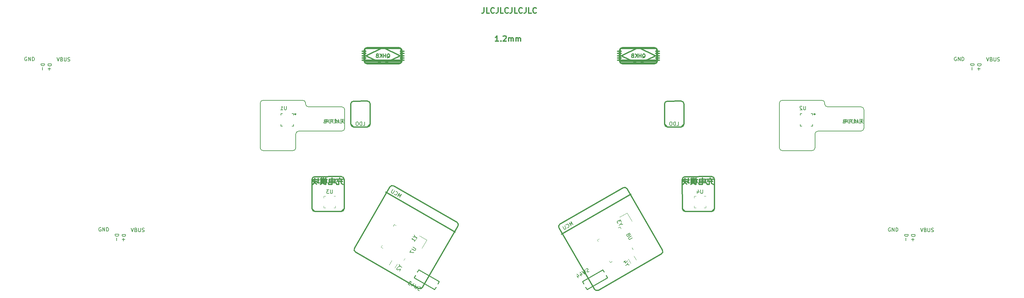
<source format=gbr>
%TF.GenerationSoftware,KiCad,Pcbnew,7.0.1-0*%
%TF.CreationDate,2023-10-15T20:39:52+08:00*%
%TF.ProjectId,qhws42_v2,71687773-3432-45f7-9632-2e6b69636164,rev?*%
%TF.SameCoordinates,Original*%
%TF.FileFunction,Legend,Bot*%
%TF.FilePolarity,Positive*%
%FSLAX46Y46*%
G04 Gerber Fmt 4.6, Leading zero omitted, Abs format (unit mm)*
G04 Created by KiCad (PCBNEW 7.0.1-0) date 2023-10-15 20:39:52*
%MOMM*%
%LPD*%
G01*
G04 APERTURE LIST*
%ADD10C,0.300000*%
%ADD11C,0.150000*%
%ADD12C,0.250000*%
%ADD13C,0.254000*%
%ADD14C,0.120000*%
%ADD15C,0.200000*%
G04 APERTURE END LIST*
D10*
X203695107Y-87597590D02*
X203695107Y-79525590D01*
D11*
X244017800Y-66192400D02*
G75*
G03*
X244805200Y-65405000I0J787400D01*
G01*
D10*
X178035800Y-46653600D02*
X187519800Y-46653600D01*
D11*
X79487600Y-57683400D02*
G75*
G03*
X78700200Y-58470800I0J-787400D01*
G01*
D10*
X161576764Y-94615000D02*
X180670200Y-83591400D01*
X106738600Y-45403000D02*
X107754600Y-45403000D01*
X101798000Y-87598000D02*
X101798000Y-79526000D01*
X194835707Y-79550990D02*
X194861107Y-87597590D01*
X108178600Y-57918600D02*
X104394000Y-57944000D01*
X170659633Y-109813590D02*
X160906033Y-92919860D01*
X187027800Y-43153600D02*
X178527800Y-43153600D01*
X117223000Y-46076800D02*
X118239000Y-46076800D01*
D11*
X222351600Y-57683400D02*
G75*
G03*
X221564200Y-58470800I0J-787400D01*
G01*
D10*
X195296200Y-64277700D02*
X195296200Y-58705700D01*
X92964000Y-87598000D02*
X93751400Y-88385400D01*
D11*
X101153800Y-59512200D02*
X91959000Y-59512200D01*
D10*
X116746600Y-47653000D02*
G75*
G03*
X117746600Y-46653000I0J1000000D01*
G01*
X117254200Y-44729200D02*
X118270200Y-44729200D01*
X107246600Y-44153000D02*
X107246600Y-46653000D01*
D11*
X91171800Y-58470800D02*
G75*
G03*
X90384400Y-57683400I-787400J0D01*
G01*
X91186000Y-58724800D02*
G75*
G03*
X91973400Y-59512200I787400J0D01*
G01*
D10*
X108966000Y-58706000D02*
G75*
G03*
X108178600Y-57918600I-787400J0D01*
G01*
X177820693Y-47360707D02*
X177820693Y-43446493D01*
X117238600Y-46653000D02*
X118254600Y-46653000D01*
X177527800Y-44153600D02*
X177527800Y-46653600D01*
X93726000Y-78764000D02*
G75*
G03*
X92938600Y-79551400I0J-787400D01*
G01*
D11*
X232130600Y-66217800D02*
G75*
G03*
X231343200Y-67005200I0J-787400D01*
G01*
D10*
X170659587Y-109813616D02*
G75*
G03*
X171735242Y-110101798I681913J393716D01*
G01*
X117238600Y-45403000D02*
X118254600Y-45403000D01*
X179625519Y-82112160D02*
X189379119Y-99005890D01*
D11*
X101941200Y-60299600D02*
G75*
G03*
X101153800Y-59512200I-787400J0D01*
G01*
D10*
X202907707Y-78738190D02*
X195623107Y-78763590D01*
X103632000Y-64278000D02*
G75*
G03*
X104419400Y-65065400I787400J0D01*
G01*
X108966000Y-64278000D02*
X108966000Y-58706000D01*
X101798000Y-87598000D02*
X101010600Y-88385400D01*
D11*
X79487600Y-71602600D02*
X87691800Y-71602600D01*
D10*
X177019800Y-46653600D02*
X178035800Y-46653600D01*
X177527800Y-46653600D02*
G75*
G03*
X178527800Y-47653600I1000000J0D01*
G01*
X195648507Y-88384990D02*
X202907707Y-88384990D01*
X189090919Y-100081514D02*
G75*
G03*
X189379119Y-99005890I-393719J681914D01*
G01*
X106738600Y-46653000D02*
X107754600Y-46653000D01*
D11*
X244805200Y-60299600D02*
G75*
G03*
X244017800Y-59512200I-787400J0D01*
G01*
D10*
X93751400Y-88385400D02*
X101010600Y-88385400D01*
D11*
X91186200Y-58470800D02*
X91186000Y-58724800D01*
X234035600Y-58724800D02*
G75*
G03*
X234823000Y-59512200I787400J0D01*
G01*
D10*
X108246600Y-47653000D02*
X116746600Y-47653000D01*
X108966000Y-64278000D02*
X108178600Y-65065400D01*
X117746600Y-46653000D02*
X117746600Y-44153000D01*
D11*
X234035800Y-58470800D02*
G75*
G03*
X233248400Y-57683400I-787400J0D01*
G01*
D10*
X115466879Y-81315951D02*
X132822547Y-91336251D01*
X117238600Y-44153000D02*
X118254600Y-44153000D01*
X203695107Y-87597590D02*
X202907707Y-88384990D01*
X117238600Y-45403000D02*
X112496600Y-43153000D01*
D11*
X244805200Y-65405000D02*
X244805200Y-60299600D01*
D10*
X189962200Y-64277700D02*
G75*
G03*
X190749600Y-65065100I787400J0D01*
G01*
X178527800Y-43153600D02*
G75*
G03*
X177527800Y-44153600I0J-1000000D01*
G01*
X116746600Y-43153000D02*
X108246600Y-43153000D01*
D11*
X234035800Y-58470800D02*
X234035600Y-58724800D01*
D10*
X107539493Y-43445893D02*
X117453707Y-43445893D01*
X107539493Y-47360107D02*
X117453707Y-47360107D01*
D11*
X78700200Y-70815200D02*
G75*
G03*
X79487600Y-71602600I787400J0D01*
G01*
X101168200Y-66192400D02*
G75*
G03*
X101955600Y-65405000I0J787400D01*
G01*
D10*
X187535400Y-44729800D02*
X188551400Y-44729800D01*
X203695110Y-79525590D02*
G75*
G03*
X202907707Y-78738190I-787410J-10D01*
G01*
D11*
X91171800Y-58470800D02*
X91171600Y-58724800D01*
D10*
X107539493Y-47360107D02*
X107539493Y-43445893D01*
X104394000Y-57944000D02*
G75*
G03*
X103606600Y-58731400I0J-787400D01*
G01*
X177791600Y-46941000D02*
X187646800Y-46941000D01*
D11*
X101168200Y-59512200D02*
X91973400Y-59512200D01*
X244017800Y-59512200D02*
X234823000Y-59512200D01*
D10*
X190749600Y-65065100D02*
X189962200Y-64277700D01*
D11*
X91171600Y-58724800D02*
G75*
G03*
X91959000Y-59512200I787400J0D01*
G01*
D10*
X187519800Y-45403600D02*
X182777800Y-47653600D01*
D11*
X87706200Y-71602600D02*
G75*
G03*
X88493600Y-70815200I0J787400D01*
G01*
D10*
X187734907Y-43446493D02*
X187734907Y-47360707D01*
X115466887Y-81315938D02*
G75*
G03*
X114391268Y-81604160I-393687J-681962D01*
G01*
X106723000Y-46076800D02*
X107739000Y-46076800D01*
X161194242Y-91844251D02*
X178549910Y-81823951D01*
X188027800Y-44153600D02*
G75*
G03*
X187027800Y-43153600I-1000000J0D01*
G01*
X179625520Y-82112160D02*
G75*
G03*
X178549910Y-81823951I-681920J-393740D01*
G01*
D11*
X231343200Y-70815200D02*
X231343200Y-67005200D01*
D10*
X107246600Y-46653000D02*
G75*
G03*
X108246600Y-47653000I1000000J0D01*
G01*
X108246600Y-43153000D02*
G75*
G03*
X107246600Y-44153000I0J-1000000D01*
G01*
X133110787Y-92411880D02*
G75*
G03*
X132822547Y-91336252I-681987J393680D01*
G01*
X113258600Y-83032600D02*
X132352036Y-94056200D01*
D11*
X79502000Y-57683400D02*
X90398800Y-57683400D01*
D10*
X178035800Y-45403600D02*
X182777800Y-47653600D01*
X107510400Y-46940400D02*
X117365600Y-46940400D01*
X202907707Y-88385007D02*
G75*
G03*
X203695107Y-87597590I-7J787407D01*
G01*
X178035800Y-45403600D02*
X182777800Y-43153600D01*
D11*
X91186200Y-58470800D02*
G75*
G03*
X90398800Y-57683400I-787400J0D01*
G01*
D10*
X108178600Y-65065400D02*
G75*
G03*
X108966000Y-64278000I0J787400D01*
G01*
X106738600Y-44153000D02*
X107754600Y-44153000D01*
D11*
X222351600Y-71602600D02*
X230555800Y-71602600D01*
D10*
X117746600Y-44153000D02*
G75*
G03*
X116746600Y-43153000I-1000000J0D01*
G01*
X187519800Y-46653600D02*
X188535800Y-46653600D01*
X194861110Y-87597590D02*
G75*
G03*
X195648507Y-88384990I787390J-10D01*
G01*
X104637689Y-98497901D02*
G75*
G03*
X104925878Y-99573498I681911J-393699D01*
G01*
D11*
X79502000Y-57683400D02*
G75*
G03*
X78714600Y-58470800I0J-787400D01*
G01*
D10*
X104419400Y-65065400D02*
X103632000Y-64278000D01*
X177019800Y-44153600D02*
X178035800Y-44153600D01*
D11*
X89266600Y-66217800D02*
X101153800Y-66192400D01*
D10*
X189090910Y-100081499D02*
X171735242Y-110101799D01*
X178527800Y-47653600D02*
X187027800Y-47653600D01*
X190724200Y-57943700D02*
G75*
G03*
X189936800Y-58731100I0J-787400D01*
G01*
X117238600Y-45403000D02*
X112496600Y-47653000D01*
X187504200Y-46077400D02*
X188520200Y-46077400D01*
D11*
X87691800Y-71602600D02*
G75*
G03*
X88479200Y-70815200I0J787400D01*
G01*
D10*
X177019800Y-45403600D02*
X178035800Y-45403600D01*
X122281512Y-109593857D02*
G75*
G03*
X123357156Y-109305590I393688J681957D01*
G01*
D11*
X78700200Y-58470800D02*
X78700200Y-70815200D01*
X89281000Y-66217800D02*
X101168200Y-66192400D01*
D10*
X177820693Y-43446493D02*
X187734907Y-43446493D01*
D11*
X79502000Y-71602600D02*
X87706200Y-71602600D01*
D10*
X161194259Y-91844281D02*
G75*
G03*
X160906034Y-92919860I393741J-681919D01*
G01*
X190749600Y-65065100D02*
X194508800Y-65065100D01*
X187519800Y-44153600D02*
X188535800Y-44153600D01*
X187027800Y-47653600D02*
G75*
G03*
X188027800Y-46653600I0J1000000D01*
G01*
D11*
X232130600Y-66217800D02*
X244017800Y-66192400D01*
D10*
X177004200Y-46077400D02*
X178020200Y-46077400D01*
X107754600Y-45403000D02*
X112496600Y-47653000D01*
X92938600Y-79551400D02*
X92964000Y-87598000D01*
D11*
X222351600Y-57683400D02*
X233248400Y-57683400D01*
X221564200Y-58470800D02*
X221564200Y-70815200D01*
D10*
X177035400Y-44729800D02*
X178051400Y-44729800D01*
X104637670Y-98497890D02*
X114391268Y-81604160D01*
X103606600Y-58731400D02*
X103632000Y-64278000D01*
D11*
X101955600Y-60299600D02*
G75*
G03*
X101168200Y-59512200I-787400J0D01*
G01*
D10*
X122281546Y-109593799D02*
X104925878Y-99573499D01*
D11*
X88493600Y-70815200D02*
X88493600Y-67005200D01*
X89281000Y-66217800D02*
G75*
G03*
X88493600Y-67005200I0J-787400D01*
G01*
D10*
X101010600Y-88385400D02*
G75*
G03*
X101798000Y-87598000I0J787400D01*
G01*
X177820693Y-47360707D02*
X187734907Y-47360707D01*
D11*
X89266600Y-66217800D02*
G75*
G03*
X88479200Y-67005200I0J-787400D01*
G01*
D10*
X107754600Y-45403000D02*
X112496600Y-43153000D01*
X104419400Y-65065400D02*
X108178600Y-65065400D01*
X194861107Y-87597590D02*
X195648507Y-88384990D01*
X133110755Y-92411861D02*
X123357156Y-109305590D01*
D11*
X88479200Y-70815200D02*
X88479200Y-67005200D01*
X101941200Y-65405000D02*
X101941200Y-60299600D01*
D10*
X92964000Y-87598000D02*
G75*
G03*
X93751400Y-88385400I787400J0D01*
G01*
X101010600Y-78738600D02*
X93726000Y-78764000D01*
D11*
X78714600Y-58470800D02*
X78714600Y-70815200D01*
X78714600Y-70815200D02*
G75*
G03*
X79502000Y-71602600I787400J0D01*
G01*
X221564200Y-70815200D02*
G75*
G03*
X222351600Y-71602600I787400J0D01*
G01*
D10*
X194508800Y-57918300D02*
X190724200Y-57943700D01*
X195623107Y-78763607D02*
G75*
G03*
X194835707Y-79550990I-7J-787393D01*
G01*
X187519800Y-45403600D02*
X182777800Y-43153600D01*
X117453707Y-43445893D02*
X117453707Y-47360107D01*
X188027800Y-46653600D02*
X188027800Y-44153600D01*
D11*
X101153800Y-66192400D02*
G75*
G03*
X101941200Y-65405000I0J787400D01*
G01*
D10*
X106754200Y-44729200D02*
X107770200Y-44729200D01*
D11*
X79487600Y-57683400D02*
X90384400Y-57683400D01*
D10*
X195296200Y-64277700D02*
X194508800Y-65065100D01*
X189936800Y-58731100D02*
X189962200Y-64277700D01*
D11*
X101955600Y-65405000D02*
X101955600Y-60299600D01*
X230555800Y-71602600D02*
G75*
G03*
X231343200Y-70815200I0J787400D01*
G01*
D10*
X195296200Y-58705700D02*
G75*
G03*
X194508800Y-57918300I-787400J0D01*
G01*
X187519800Y-45403600D02*
X188535800Y-45403600D01*
X101798000Y-79526000D02*
G75*
G03*
X101010600Y-78738600I-787400J0D01*
G01*
X194508800Y-65065100D02*
G75*
G03*
X195296200Y-64277700I0J787400D01*
G01*
X107754600Y-46653000D02*
X117238600Y-46653000D01*
D11*
X256001580Y-94687695D02*
X257001580Y-94687695D01*
X257001580Y-94687695D02*
X257001580Y-94925790D01*
X257001580Y-94925790D02*
X256953961Y-95068647D01*
X256953961Y-95068647D02*
X256858723Y-95163885D01*
X256858723Y-95163885D02*
X256763485Y-95211504D01*
X256763485Y-95211504D02*
X256573009Y-95259123D01*
X256573009Y-95259123D02*
X256430152Y-95259123D01*
X256430152Y-95259123D02*
X256239676Y-95211504D01*
X256239676Y-95211504D02*
X256144438Y-95163885D01*
X256144438Y-95163885D02*
X256049200Y-95068647D01*
X256049200Y-95068647D02*
X256001580Y-94925790D01*
X256001580Y-94925790D02*
X256001580Y-94687695D01*
X256382533Y-95687695D02*
X256382533Y-96449600D01*
X101765123Y-62965000D02*
X100717504Y-62965000D01*
X101860361Y-63393571D02*
X100622266Y-63393571D01*
X101193695Y-64012619D02*
X100669885Y-64012619D01*
X101146076Y-63488809D02*
X101146076Y-63965000D01*
X101384171Y-63679285D02*
X101574647Y-63869761D01*
X101574647Y-63869761D02*
X101860361Y-64012619D01*
X100622266Y-63774523D02*
X100669885Y-64012619D01*
X101241314Y-62965000D02*
X101288933Y-63298333D01*
X101288933Y-63298333D02*
X101336552Y-63679285D01*
X99146076Y-63869761D02*
X99146076Y-64012619D01*
X100003219Y-63203095D02*
X100098457Y-63393571D01*
X100098457Y-63393571D02*
X100384171Y-63631666D01*
X99384171Y-64012619D02*
X99193695Y-64012619D01*
X99431790Y-62917380D02*
X99241314Y-63012619D01*
X100146076Y-62869761D02*
X100336552Y-63345952D01*
X99193695Y-63536428D02*
X99431790Y-63774523D01*
X99431790Y-63774523D02*
X99907981Y-64012619D01*
X99574648Y-63441190D02*
X99431790Y-63917380D01*
X100098457Y-63298333D02*
X100384171Y-63345952D01*
X99955600Y-63584047D02*
X100384171Y-63679285D01*
X99955600Y-63822142D02*
X100384171Y-63917380D01*
X99574648Y-62869761D02*
X99574648Y-63298333D01*
X99574648Y-63298333D02*
X99527029Y-63822142D01*
X99431790Y-63155476D02*
X99812743Y-63203095D01*
X99336552Y-63155476D02*
X99717505Y-63203095D01*
X99241314Y-63107857D02*
X99574648Y-63155476D01*
X99193695Y-63345952D02*
X99860362Y-63488809D01*
X98907981Y-63060238D02*
X97669886Y-63060238D01*
X98098458Y-64012619D02*
X97717505Y-64012619D01*
X98098458Y-63488809D02*
X98098458Y-64012619D01*
X98479410Y-63060238D02*
X98622267Y-63441190D01*
X98288934Y-62869761D02*
X98288934Y-63060238D01*
X97669886Y-63774523D02*
X97717505Y-64012619D01*
X98479410Y-63488809D02*
X98527029Y-63822142D01*
X98527029Y-63822142D02*
X98669886Y-63917380D01*
X98669886Y-63917380D02*
X98907981Y-64012619D01*
X98765124Y-63441190D02*
X97860362Y-63393571D01*
X97907981Y-63298333D02*
X97765124Y-63488809D01*
X97431791Y-63393571D02*
X96336553Y-63393571D01*
X97431791Y-63679285D02*
X96336553Y-63679285D01*
X96860363Y-64012619D02*
X96241315Y-64012619D01*
X97431791Y-63060238D02*
X97431791Y-63774523D01*
X96860363Y-62869761D02*
X96860363Y-64012619D01*
X97431791Y-63060238D02*
X96336553Y-63060238D01*
X96336553Y-63060238D02*
X96336553Y-63679285D01*
X96193696Y-63774523D02*
X96241315Y-64012619D01*
D12*
X183846438Y-45974057D02*
X183941676Y-45926438D01*
X183941676Y-45926438D02*
X184036914Y-45831200D01*
X184036914Y-45831200D02*
X184179771Y-45688342D01*
X184179771Y-45688342D02*
X184275009Y-45640723D01*
X184275009Y-45640723D02*
X184370247Y-45640723D01*
X184322628Y-45878819D02*
X184417866Y-45831200D01*
X184417866Y-45831200D02*
X184513104Y-45735961D01*
X184513104Y-45735961D02*
X184560723Y-45545485D01*
X184560723Y-45545485D02*
X184560723Y-45212152D01*
X184560723Y-45212152D02*
X184513104Y-45021676D01*
X184513104Y-45021676D02*
X184417866Y-44926438D01*
X184417866Y-44926438D02*
X184322628Y-44878819D01*
X184322628Y-44878819D02*
X184132152Y-44878819D01*
X184132152Y-44878819D02*
X184036914Y-44926438D01*
X184036914Y-44926438D02*
X183941676Y-45021676D01*
X183941676Y-45021676D02*
X183894057Y-45212152D01*
X183894057Y-45212152D02*
X183894057Y-45545485D01*
X183894057Y-45545485D02*
X183941676Y-45735961D01*
X183941676Y-45735961D02*
X184036914Y-45831200D01*
X184036914Y-45831200D02*
X184132152Y-45878819D01*
X184132152Y-45878819D02*
X184322628Y-45878819D01*
X183465485Y-45878819D02*
X183465485Y-44878819D01*
X183465485Y-45355009D02*
X182894057Y-45355009D01*
X182894057Y-45878819D02*
X182894057Y-44878819D01*
X182417866Y-45878819D02*
X182417866Y-44878819D01*
X181846438Y-45878819D02*
X182275009Y-45307390D01*
X181846438Y-44878819D02*
X182417866Y-45450247D01*
X181084533Y-45355009D02*
X180941676Y-45402628D01*
X180941676Y-45402628D02*
X180894057Y-45450247D01*
X180894057Y-45450247D02*
X180846438Y-45545485D01*
X180846438Y-45545485D02*
X180846438Y-45688342D01*
X180846438Y-45688342D02*
X180894057Y-45783580D01*
X180894057Y-45783580D02*
X180941676Y-45831200D01*
X180941676Y-45831200D02*
X181036914Y-45878819D01*
X181036914Y-45878819D02*
X181417866Y-45878819D01*
X181417866Y-45878819D02*
X181417866Y-44878819D01*
X181417866Y-44878819D02*
X181084533Y-44878819D01*
X181084533Y-44878819D02*
X180989295Y-44926438D01*
X180989295Y-44926438D02*
X180941676Y-44974057D01*
X180941676Y-44974057D02*
X180894057Y-45069295D01*
X180894057Y-45069295D02*
X180894057Y-45164533D01*
X180894057Y-45164533D02*
X180941676Y-45259771D01*
X180941676Y-45259771D02*
X180989295Y-45307390D01*
X180989295Y-45307390D02*
X181084533Y-45355009D01*
X181084533Y-45355009D02*
X181417866Y-45355009D01*
D11*
X20269580Y-47649095D02*
X21269580Y-47649095D01*
X21269580Y-47649095D02*
X21269580Y-47887190D01*
X21269580Y-47887190D02*
X21221961Y-48030047D01*
X21221961Y-48030047D02*
X21126723Y-48125285D01*
X21126723Y-48125285D02*
X21031485Y-48172904D01*
X21031485Y-48172904D02*
X20841009Y-48220523D01*
X20841009Y-48220523D02*
X20698152Y-48220523D01*
X20698152Y-48220523D02*
X20507676Y-48172904D01*
X20507676Y-48172904D02*
X20412438Y-48125285D01*
X20412438Y-48125285D02*
X20317200Y-48030047D01*
X20317200Y-48030047D02*
X20269580Y-47887190D01*
X20269580Y-47887190D02*
X20269580Y-47649095D01*
X20650533Y-48649095D02*
X20650533Y-49411000D01*
X20269580Y-49030047D02*
X21031485Y-49030047D01*
X244614723Y-62965000D02*
X243567104Y-62965000D01*
X244709961Y-63393571D02*
X243471866Y-63393571D01*
X244043295Y-64012619D02*
X243519485Y-64012619D01*
X243995676Y-63488809D02*
X243995676Y-63965000D01*
X244233771Y-63679285D02*
X244424247Y-63869761D01*
X244424247Y-63869761D02*
X244709961Y-64012619D01*
X243471866Y-63774523D02*
X243519485Y-64012619D01*
X244090914Y-62965000D02*
X244138533Y-63298333D01*
X244138533Y-63298333D02*
X244186152Y-63679285D01*
X241995676Y-63869761D02*
X241995676Y-64012619D01*
X242852819Y-63203095D02*
X242948057Y-63393571D01*
X242948057Y-63393571D02*
X243233771Y-63631666D01*
X242233771Y-64012619D02*
X242043295Y-64012619D01*
X242281390Y-62917380D02*
X242090914Y-63012619D01*
X242995676Y-62869761D02*
X243186152Y-63345952D01*
X242043295Y-63536428D02*
X242281390Y-63774523D01*
X242281390Y-63774523D02*
X242757581Y-64012619D01*
X242424248Y-63441190D02*
X242281390Y-63917380D01*
X242948057Y-63298333D02*
X243233771Y-63345952D01*
X242805200Y-63584047D02*
X243233771Y-63679285D01*
X242805200Y-63822142D02*
X243233771Y-63917380D01*
X242424248Y-62869761D02*
X242424248Y-63298333D01*
X242424248Y-63298333D02*
X242376629Y-63822142D01*
X242281390Y-63155476D02*
X242662343Y-63203095D01*
X242186152Y-63155476D02*
X242567105Y-63203095D01*
X242090914Y-63107857D02*
X242424248Y-63155476D01*
X242043295Y-63345952D02*
X242709962Y-63488809D01*
X241757581Y-63060238D02*
X240519486Y-63060238D01*
X240948058Y-64012619D02*
X240567105Y-64012619D01*
X240948058Y-63488809D02*
X240948058Y-64012619D01*
X241329010Y-63060238D02*
X241471867Y-63441190D01*
X241138534Y-62869761D02*
X241138534Y-63060238D01*
X240519486Y-63774523D02*
X240567105Y-64012619D01*
X241329010Y-63488809D02*
X241376629Y-63822142D01*
X241376629Y-63822142D02*
X241519486Y-63917380D01*
X241519486Y-63917380D02*
X241757581Y-64012619D01*
X241614724Y-63441190D02*
X240709962Y-63393571D01*
X240757581Y-63298333D02*
X240614724Y-63488809D01*
X240281391Y-63393571D02*
X239186153Y-63393571D01*
X240281391Y-63679285D02*
X239186153Y-63679285D01*
X239709963Y-64012619D02*
X239090915Y-64012619D01*
X240281391Y-63060238D02*
X240281391Y-63774523D01*
X239709963Y-62869761D02*
X239709963Y-64012619D01*
X240281391Y-63060238D02*
X239186153Y-63060238D01*
X239186153Y-63060238D02*
X239186153Y-63679285D01*
X239043296Y-63774523D02*
X239090915Y-64012619D01*
X34861904Y-92854438D02*
X34766666Y-92806819D01*
X34766666Y-92806819D02*
X34623809Y-92806819D01*
X34623809Y-92806819D02*
X34480952Y-92854438D01*
X34480952Y-92854438D02*
X34385714Y-92949676D01*
X34385714Y-92949676D02*
X34338095Y-93044914D01*
X34338095Y-93044914D02*
X34290476Y-93235390D01*
X34290476Y-93235390D02*
X34290476Y-93378247D01*
X34290476Y-93378247D02*
X34338095Y-93568723D01*
X34338095Y-93568723D02*
X34385714Y-93663961D01*
X34385714Y-93663961D02*
X34480952Y-93759200D01*
X34480952Y-93759200D02*
X34623809Y-93806819D01*
X34623809Y-93806819D02*
X34719047Y-93806819D01*
X34719047Y-93806819D02*
X34861904Y-93759200D01*
X34861904Y-93759200D02*
X34909523Y-93711580D01*
X34909523Y-93711580D02*
X34909523Y-93378247D01*
X34909523Y-93378247D02*
X34719047Y-93378247D01*
X35338095Y-93806819D02*
X35338095Y-92806819D01*
X35338095Y-92806819D02*
X35909523Y-93806819D01*
X35909523Y-93806819D02*
X35909523Y-92806819D01*
X36385714Y-93806819D02*
X36385714Y-92806819D01*
X36385714Y-92806819D02*
X36623809Y-92806819D01*
X36623809Y-92806819D02*
X36766666Y-92854438D01*
X36766666Y-92854438D02*
X36861904Y-92949676D01*
X36861904Y-92949676D02*
X36909523Y-93044914D01*
X36909523Y-93044914D02*
X36957142Y-93235390D01*
X36957142Y-93235390D02*
X36957142Y-93378247D01*
X36957142Y-93378247D02*
X36909523Y-93568723D01*
X36909523Y-93568723D02*
X36861904Y-93663961D01*
X36861904Y-93663961D02*
X36766666Y-93759200D01*
X36766666Y-93759200D02*
X36623809Y-93806819D01*
X36623809Y-93806819D02*
X36385714Y-93806819D01*
X117085094Y-84513926D02*
X117585094Y-83647900D01*
X117585094Y-83647900D02*
X116939276Y-84099823D01*
X116939276Y-84099823D02*
X117007744Y-83314567D01*
X117007744Y-83314567D02*
X116507744Y-84180593D01*
X115648099Y-83574304D02*
X115665528Y-83639353D01*
X115665528Y-83639353D02*
X115765437Y-83752021D01*
X115765437Y-83752021D02*
X115847915Y-83799640D01*
X115847915Y-83799640D02*
X115995443Y-83829829D01*
X115995443Y-83829829D02*
X116125541Y-83794970D01*
X116125541Y-83794970D02*
X116214399Y-83736301D01*
X116214399Y-83736301D02*
X116350876Y-83595153D01*
X116350876Y-83595153D02*
X116422305Y-83471435D01*
X116422305Y-83471435D02*
X116476304Y-83282668D01*
X116476304Y-83282668D02*
X116482683Y-83176380D01*
X116482683Y-83176380D02*
X116447824Y-83046283D01*
X116447824Y-83046283D02*
X116347915Y-82933615D01*
X116347915Y-82933615D02*
X116265437Y-82885996D01*
X116265437Y-82885996D02*
X116117909Y-82855807D01*
X116117909Y-82855807D02*
X116052861Y-82873236D01*
X115729326Y-82576472D02*
X115324564Y-83277540D01*
X115324564Y-83277540D02*
X115235706Y-83336209D01*
X115235706Y-83336209D02*
X115170657Y-83353639D01*
X115170657Y-83353639D02*
X115064369Y-83347259D01*
X115064369Y-83347259D02*
X114899411Y-83252021D01*
X114899411Y-83252021D02*
X114840742Y-83163163D01*
X114840742Y-83163163D02*
X114823313Y-83098114D01*
X114823313Y-83098114D02*
X114829692Y-82991826D01*
X114829692Y-82991826D02*
X115234454Y-82290758D01*
X270256304Y-45826638D02*
X270161066Y-45779019D01*
X270161066Y-45779019D02*
X270018209Y-45779019D01*
X270018209Y-45779019D02*
X269875352Y-45826638D01*
X269875352Y-45826638D02*
X269780114Y-45921876D01*
X269780114Y-45921876D02*
X269732495Y-46017114D01*
X269732495Y-46017114D02*
X269684876Y-46207590D01*
X269684876Y-46207590D02*
X269684876Y-46350447D01*
X269684876Y-46350447D02*
X269732495Y-46540923D01*
X269732495Y-46540923D02*
X269780114Y-46636161D01*
X269780114Y-46636161D02*
X269875352Y-46731400D01*
X269875352Y-46731400D02*
X270018209Y-46779019D01*
X270018209Y-46779019D02*
X270113447Y-46779019D01*
X270113447Y-46779019D02*
X270256304Y-46731400D01*
X270256304Y-46731400D02*
X270303923Y-46683780D01*
X270303923Y-46683780D02*
X270303923Y-46350447D01*
X270303923Y-46350447D02*
X270113447Y-46350447D01*
X270732495Y-46779019D02*
X270732495Y-45779019D01*
X270732495Y-45779019D02*
X271303923Y-46779019D01*
X271303923Y-46779019D02*
X271303923Y-45779019D01*
X271780114Y-46779019D02*
X271780114Y-45779019D01*
X271780114Y-45779019D02*
X272018209Y-45779019D01*
X272018209Y-45779019D02*
X272161066Y-45826638D01*
X272161066Y-45826638D02*
X272256304Y-45921876D01*
X272256304Y-45921876D02*
X272303923Y-46017114D01*
X272303923Y-46017114D02*
X272351542Y-46207590D01*
X272351542Y-46207590D02*
X272351542Y-46350447D01*
X272351542Y-46350447D02*
X272303923Y-46540923D01*
X272303923Y-46540923D02*
X272256304Y-46636161D01*
X272256304Y-46636161D02*
X272161066Y-46731400D01*
X272161066Y-46731400D02*
X272018209Y-46779019D01*
X272018209Y-46779019D02*
X271780114Y-46779019D01*
D12*
X113565238Y-45973457D02*
X113660476Y-45925838D01*
X113660476Y-45925838D02*
X113755714Y-45830600D01*
X113755714Y-45830600D02*
X113898571Y-45687742D01*
X113898571Y-45687742D02*
X113993809Y-45640123D01*
X113993809Y-45640123D02*
X114089047Y-45640123D01*
X114041428Y-45878219D02*
X114136666Y-45830600D01*
X114136666Y-45830600D02*
X114231904Y-45735361D01*
X114231904Y-45735361D02*
X114279523Y-45544885D01*
X114279523Y-45544885D02*
X114279523Y-45211552D01*
X114279523Y-45211552D02*
X114231904Y-45021076D01*
X114231904Y-45021076D02*
X114136666Y-44925838D01*
X114136666Y-44925838D02*
X114041428Y-44878219D01*
X114041428Y-44878219D02*
X113850952Y-44878219D01*
X113850952Y-44878219D02*
X113755714Y-44925838D01*
X113755714Y-44925838D02*
X113660476Y-45021076D01*
X113660476Y-45021076D02*
X113612857Y-45211552D01*
X113612857Y-45211552D02*
X113612857Y-45544885D01*
X113612857Y-45544885D02*
X113660476Y-45735361D01*
X113660476Y-45735361D02*
X113755714Y-45830600D01*
X113755714Y-45830600D02*
X113850952Y-45878219D01*
X113850952Y-45878219D02*
X114041428Y-45878219D01*
X113184285Y-45878219D02*
X113184285Y-44878219D01*
X113184285Y-45354409D02*
X112612857Y-45354409D01*
X112612857Y-45878219D02*
X112612857Y-44878219D01*
X112136666Y-45878219D02*
X112136666Y-44878219D01*
X111565238Y-45878219D02*
X111993809Y-45306790D01*
X111565238Y-44878219D02*
X112136666Y-45449647D01*
X110803333Y-45354409D02*
X110660476Y-45402028D01*
X110660476Y-45402028D02*
X110612857Y-45449647D01*
X110612857Y-45449647D02*
X110565238Y-45544885D01*
X110565238Y-45544885D02*
X110565238Y-45687742D01*
X110565238Y-45687742D02*
X110612857Y-45782980D01*
X110612857Y-45782980D02*
X110660476Y-45830600D01*
X110660476Y-45830600D02*
X110755714Y-45878219D01*
X110755714Y-45878219D02*
X111136666Y-45878219D01*
X111136666Y-45878219D02*
X111136666Y-44878219D01*
X111136666Y-44878219D02*
X110803333Y-44878219D01*
X110803333Y-44878219D02*
X110708095Y-44925838D01*
X110708095Y-44925838D02*
X110660476Y-44973457D01*
X110660476Y-44973457D02*
X110612857Y-45068695D01*
X110612857Y-45068695D02*
X110612857Y-45163933D01*
X110612857Y-45163933D02*
X110660476Y-45259171D01*
X110660476Y-45259171D02*
X110708095Y-45306790D01*
X110708095Y-45306790D02*
X110803333Y-45354409D01*
X110803333Y-45354409D02*
X111136666Y-45354409D01*
D11*
X193311914Y-64679319D02*
X193788104Y-64679319D01*
X193788104Y-64679319D02*
X193788104Y-63679319D01*
X192978580Y-64679319D02*
X192978580Y-63679319D01*
X192978580Y-63679319D02*
X192740485Y-63679319D01*
X192740485Y-63679319D02*
X192597628Y-63726938D01*
X192597628Y-63726938D02*
X192502390Y-63822176D01*
X192502390Y-63822176D02*
X192454771Y-63917414D01*
X192454771Y-63917414D02*
X192407152Y-64107890D01*
X192407152Y-64107890D02*
X192407152Y-64250747D01*
X192407152Y-64250747D02*
X192454771Y-64441223D01*
X192454771Y-64441223D02*
X192502390Y-64536461D01*
X192502390Y-64536461D02*
X192597628Y-64631700D01*
X192597628Y-64631700D02*
X192740485Y-64679319D01*
X192740485Y-64679319D02*
X192978580Y-64679319D01*
X191788104Y-63679319D02*
X191597628Y-63679319D01*
X191597628Y-63679319D02*
X191502390Y-63726938D01*
X191502390Y-63726938D02*
X191407152Y-63822176D01*
X191407152Y-63822176D02*
X191359533Y-64012652D01*
X191359533Y-64012652D02*
X191359533Y-64345985D01*
X191359533Y-64345985D02*
X191407152Y-64536461D01*
X191407152Y-64536461D02*
X191502390Y-64631700D01*
X191502390Y-64631700D02*
X191597628Y-64679319D01*
X191597628Y-64679319D02*
X191788104Y-64679319D01*
X191788104Y-64679319D02*
X191883342Y-64631700D01*
X191883342Y-64631700D02*
X191978580Y-64536461D01*
X191978580Y-64536461D02*
X192026199Y-64345985D01*
X192026199Y-64345985D02*
X192026199Y-64012652D01*
X192026199Y-64012652D02*
X191978580Y-63822176D01*
X191978580Y-63822176D02*
X191883342Y-63726938D01*
X191883342Y-63726938D02*
X191788104Y-63679319D01*
X278555838Y-45906019D02*
X278889171Y-46906019D01*
X278889171Y-46906019D02*
X279222504Y-45906019D01*
X279889171Y-46382209D02*
X280032028Y-46429828D01*
X280032028Y-46429828D02*
X280079647Y-46477447D01*
X280079647Y-46477447D02*
X280127266Y-46572685D01*
X280127266Y-46572685D02*
X280127266Y-46715542D01*
X280127266Y-46715542D02*
X280079647Y-46810780D01*
X280079647Y-46810780D02*
X280032028Y-46858400D01*
X280032028Y-46858400D02*
X279936790Y-46906019D01*
X279936790Y-46906019D02*
X279555838Y-46906019D01*
X279555838Y-46906019D02*
X279555838Y-45906019D01*
X279555838Y-45906019D02*
X279889171Y-45906019D01*
X279889171Y-45906019D02*
X279984409Y-45953638D01*
X279984409Y-45953638D02*
X280032028Y-46001257D01*
X280032028Y-46001257D02*
X280079647Y-46096495D01*
X280079647Y-46096495D02*
X280079647Y-46191733D01*
X280079647Y-46191733D02*
X280032028Y-46286971D01*
X280032028Y-46286971D02*
X279984409Y-46334590D01*
X279984409Y-46334590D02*
X279889171Y-46382209D01*
X279889171Y-46382209D02*
X279555838Y-46382209D01*
X280555838Y-45906019D02*
X280555838Y-46715542D01*
X280555838Y-46715542D02*
X280603457Y-46810780D01*
X280603457Y-46810780D02*
X280651076Y-46858400D01*
X280651076Y-46858400D02*
X280746314Y-46906019D01*
X280746314Y-46906019D02*
X280936790Y-46906019D01*
X280936790Y-46906019D02*
X281032028Y-46858400D01*
X281032028Y-46858400D02*
X281079647Y-46810780D01*
X281079647Y-46810780D02*
X281127266Y-46715542D01*
X281127266Y-46715542D02*
X281127266Y-45906019D01*
X281555838Y-46858400D02*
X281698695Y-46906019D01*
X281698695Y-46906019D02*
X281936790Y-46906019D01*
X281936790Y-46906019D02*
X282032028Y-46858400D01*
X282032028Y-46858400D02*
X282079647Y-46810780D01*
X282079647Y-46810780D02*
X282127266Y-46715542D01*
X282127266Y-46715542D02*
X282127266Y-46620304D01*
X282127266Y-46620304D02*
X282079647Y-46525066D01*
X282079647Y-46525066D02*
X282032028Y-46477447D01*
X282032028Y-46477447D02*
X281936790Y-46429828D01*
X281936790Y-46429828D02*
X281746314Y-46382209D01*
X281746314Y-46382209D02*
X281651076Y-46334590D01*
X281651076Y-46334590D02*
X281603457Y-46286971D01*
X281603457Y-46286971D02*
X281555838Y-46191733D01*
X281555838Y-46191733D02*
X281555838Y-46096495D01*
X281555838Y-46096495D02*
X281603457Y-46001257D01*
X281603457Y-46001257D02*
X281651076Y-45953638D01*
X281651076Y-45953638D02*
X281746314Y-45906019D01*
X281746314Y-45906019D02*
X281984409Y-45906019D01*
X281984409Y-45906019D02*
X282127266Y-45953638D01*
X164772877Y-92041821D02*
X164272877Y-91175796D01*
X164272877Y-91175796D02*
X164341345Y-91961052D01*
X164341345Y-91961052D02*
X163695527Y-91509129D01*
X163695527Y-91509129D02*
X164195527Y-92375154D01*
X163240644Y-92816485D02*
X163305692Y-92833915D01*
X163305692Y-92833915D02*
X163453220Y-92803726D01*
X163453220Y-92803726D02*
X163535698Y-92756107D01*
X163535698Y-92756107D02*
X163635607Y-92643439D01*
X163635607Y-92643439D02*
X163670466Y-92513341D01*
X163670466Y-92513341D02*
X163664087Y-92407053D01*
X163664087Y-92407053D02*
X163610088Y-92218286D01*
X163610088Y-92218286D02*
X163538659Y-92094568D01*
X163538659Y-92094568D02*
X163402182Y-91953421D01*
X163402182Y-91953421D02*
X163313324Y-91894752D01*
X163313324Y-91894752D02*
X163183226Y-91859892D01*
X163183226Y-91859892D02*
X163035698Y-91890081D01*
X163035698Y-91890081D02*
X162953220Y-91937700D01*
X162953220Y-91937700D02*
X162853311Y-92050368D01*
X162853311Y-92050368D02*
X162835882Y-92115417D01*
X162417109Y-92247224D02*
X162821871Y-92948292D01*
X162821871Y-92948292D02*
X162828251Y-93054581D01*
X162828251Y-93054581D02*
X162810821Y-93119629D01*
X162810821Y-93119629D02*
X162752152Y-93208488D01*
X162752152Y-93208488D02*
X162587194Y-93303726D01*
X162587194Y-93303726D02*
X162480906Y-93310106D01*
X162480906Y-93310106D02*
X162415857Y-93292676D01*
X162415857Y-93292676D02*
X162326999Y-93234007D01*
X162326999Y-93234007D02*
X161922237Y-92532938D01*
X257911580Y-94727695D02*
X258911580Y-94727695D01*
X258911580Y-94727695D02*
X258911580Y-94965790D01*
X258911580Y-94965790D02*
X258863961Y-95108647D01*
X258863961Y-95108647D02*
X258768723Y-95203885D01*
X258768723Y-95203885D02*
X258673485Y-95251504D01*
X258673485Y-95251504D02*
X258483009Y-95299123D01*
X258483009Y-95299123D02*
X258340152Y-95299123D01*
X258340152Y-95299123D02*
X258149676Y-95251504D01*
X258149676Y-95251504D02*
X258054438Y-95203885D01*
X258054438Y-95203885D02*
X257959200Y-95108647D01*
X257959200Y-95108647D02*
X257911580Y-94965790D01*
X257911580Y-94965790D02*
X257911580Y-94727695D01*
X258292533Y-95727695D02*
X258292533Y-96489600D01*
X257911580Y-96108647D02*
X258673485Y-96108647D01*
D10*
X144271857Y-41421628D02*
X143414714Y-41421628D01*
X143843285Y-41421628D02*
X143843285Y-39921628D01*
X143843285Y-39921628D02*
X143700428Y-40135914D01*
X143700428Y-40135914D02*
X143557571Y-40278771D01*
X143557571Y-40278771D02*
X143414714Y-40350200D01*
X144914713Y-41278771D02*
X144986142Y-41350200D01*
X144986142Y-41350200D02*
X144914713Y-41421628D01*
X144914713Y-41421628D02*
X144843285Y-41350200D01*
X144843285Y-41350200D02*
X144914713Y-41278771D01*
X144914713Y-41278771D02*
X144914713Y-41421628D01*
X145557571Y-40064485D02*
X145628999Y-39993057D01*
X145628999Y-39993057D02*
X145771857Y-39921628D01*
X145771857Y-39921628D02*
X146128999Y-39921628D01*
X146128999Y-39921628D02*
X146271857Y-39993057D01*
X146271857Y-39993057D02*
X146343285Y-40064485D01*
X146343285Y-40064485D02*
X146414714Y-40207342D01*
X146414714Y-40207342D02*
X146414714Y-40350200D01*
X146414714Y-40350200D02*
X146343285Y-40564485D01*
X146343285Y-40564485D02*
X145486142Y-41421628D01*
X145486142Y-41421628D02*
X146414714Y-41421628D01*
X147057570Y-41421628D02*
X147057570Y-40421628D01*
X147057570Y-40564485D02*
X147128999Y-40493057D01*
X147128999Y-40493057D02*
X147271856Y-40421628D01*
X147271856Y-40421628D02*
X147486142Y-40421628D01*
X147486142Y-40421628D02*
X147628999Y-40493057D01*
X147628999Y-40493057D02*
X147700428Y-40635914D01*
X147700428Y-40635914D02*
X147700428Y-41421628D01*
X147700428Y-40635914D02*
X147771856Y-40493057D01*
X147771856Y-40493057D02*
X147914713Y-40421628D01*
X147914713Y-40421628D02*
X148128999Y-40421628D01*
X148128999Y-40421628D02*
X148271856Y-40493057D01*
X148271856Y-40493057D02*
X148343285Y-40635914D01*
X148343285Y-40635914D02*
X148343285Y-41421628D01*
X149057570Y-41421628D02*
X149057570Y-40421628D01*
X149057570Y-40564485D02*
X149128999Y-40493057D01*
X149128999Y-40493057D02*
X149271856Y-40421628D01*
X149271856Y-40421628D02*
X149486142Y-40421628D01*
X149486142Y-40421628D02*
X149628999Y-40493057D01*
X149628999Y-40493057D02*
X149700428Y-40635914D01*
X149700428Y-40635914D02*
X149700428Y-41421628D01*
X149700428Y-40635914D02*
X149771856Y-40493057D01*
X149771856Y-40493057D02*
X149914713Y-40421628D01*
X149914713Y-40421628D02*
X150128999Y-40421628D01*
X150128999Y-40421628D02*
X150271856Y-40493057D01*
X150271856Y-40493057D02*
X150343285Y-40635914D01*
X150343285Y-40635914D02*
X150343285Y-41421628D01*
D11*
X18359580Y-47609095D02*
X19359580Y-47609095D01*
X19359580Y-47609095D02*
X19359580Y-47847190D01*
X19359580Y-47847190D02*
X19311961Y-47990047D01*
X19311961Y-47990047D02*
X19216723Y-48085285D01*
X19216723Y-48085285D02*
X19121485Y-48132904D01*
X19121485Y-48132904D02*
X18931009Y-48180523D01*
X18931009Y-48180523D02*
X18788152Y-48180523D01*
X18788152Y-48180523D02*
X18597676Y-48132904D01*
X18597676Y-48132904D02*
X18502438Y-48085285D01*
X18502438Y-48085285D02*
X18407200Y-47990047D01*
X18407200Y-47990047D02*
X18359580Y-47847190D01*
X18359580Y-47847190D02*
X18359580Y-47609095D01*
X18740533Y-48609095D02*
X18740533Y-49371000D01*
X260394438Y-92984619D02*
X260727771Y-93984619D01*
X260727771Y-93984619D02*
X261061104Y-92984619D01*
X261727771Y-93460809D02*
X261870628Y-93508428D01*
X261870628Y-93508428D02*
X261918247Y-93556047D01*
X261918247Y-93556047D02*
X261965866Y-93651285D01*
X261965866Y-93651285D02*
X261965866Y-93794142D01*
X261965866Y-93794142D02*
X261918247Y-93889380D01*
X261918247Y-93889380D02*
X261870628Y-93937000D01*
X261870628Y-93937000D02*
X261775390Y-93984619D01*
X261775390Y-93984619D02*
X261394438Y-93984619D01*
X261394438Y-93984619D02*
X261394438Y-92984619D01*
X261394438Y-92984619D02*
X261727771Y-92984619D01*
X261727771Y-92984619D02*
X261823009Y-93032238D01*
X261823009Y-93032238D02*
X261870628Y-93079857D01*
X261870628Y-93079857D02*
X261918247Y-93175095D01*
X261918247Y-93175095D02*
X261918247Y-93270333D01*
X261918247Y-93270333D02*
X261870628Y-93365571D01*
X261870628Y-93365571D02*
X261823009Y-93413190D01*
X261823009Y-93413190D02*
X261727771Y-93460809D01*
X261727771Y-93460809D02*
X261394438Y-93460809D01*
X262394438Y-92984619D02*
X262394438Y-93794142D01*
X262394438Y-93794142D02*
X262442057Y-93889380D01*
X262442057Y-93889380D02*
X262489676Y-93937000D01*
X262489676Y-93937000D02*
X262584914Y-93984619D01*
X262584914Y-93984619D02*
X262775390Y-93984619D01*
X262775390Y-93984619D02*
X262870628Y-93937000D01*
X262870628Y-93937000D02*
X262918247Y-93889380D01*
X262918247Y-93889380D02*
X262965866Y-93794142D01*
X262965866Y-93794142D02*
X262965866Y-92984619D01*
X263394438Y-93937000D02*
X263537295Y-93984619D01*
X263537295Y-93984619D02*
X263775390Y-93984619D01*
X263775390Y-93984619D02*
X263870628Y-93937000D01*
X263870628Y-93937000D02*
X263918247Y-93889380D01*
X263918247Y-93889380D02*
X263965866Y-93794142D01*
X263965866Y-93794142D02*
X263965866Y-93698904D01*
X263965866Y-93698904D02*
X263918247Y-93603666D01*
X263918247Y-93603666D02*
X263870628Y-93556047D01*
X263870628Y-93556047D02*
X263775390Y-93508428D01*
X263775390Y-93508428D02*
X263584914Y-93460809D01*
X263584914Y-93460809D02*
X263489676Y-93413190D01*
X263489676Y-93413190D02*
X263442057Y-93365571D01*
X263442057Y-93365571D02*
X263394438Y-93270333D01*
X263394438Y-93270333D02*
X263394438Y-93175095D01*
X263394438Y-93175095D02*
X263442057Y-93079857D01*
X263442057Y-93079857D02*
X263489676Y-93032238D01*
X263489676Y-93032238D02*
X263584914Y-92984619D01*
X263584914Y-92984619D02*
X263823009Y-92984619D01*
X263823009Y-92984619D02*
X263965866Y-93032238D01*
X43199038Y-92984619D02*
X43532371Y-93984619D01*
X43532371Y-93984619D02*
X43865704Y-92984619D01*
X44532371Y-93460809D02*
X44675228Y-93508428D01*
X44675228Y-93508428D02*
X44722847Y-93556047D01*
X44722847Y-93556047D02*
X44770466Y-93651285D01*
X44770466Y-93651285D02*
X44770466Y-93794142D01*
X44770466Y-93794142D02*
X44722847Y-93889380D01*
X44722847Y-93889380D02*
X44675228Y-93937000D01*
X44675228Y-93937000D02*
X44579990Y-93984619D01*
X44579990Y-93984619D02*
X44199038Y-93984619D01*
X44199038Y-93984619D02*
X44199038Y-92984619D01*
X44199038Y-92984619D02*
X44532371Y-92984619D01*
X44532371Y-92984619D02*
X44627609Y-93032238D01*
X44627609Y-93032238D02*
X44675228Y-93079857D01*
X44675228Y-93079857D02*
X44722847Y-93175095D01*
X44722847Y-93175095D02*
X44722847Y-93270333D01*
X44722847Y-93270333D02*
X44675228Y-93365571D01*
X44675228Y-93365571D02*
X44627609Y-93413190D01*
X44627609Y-93413190D02*
X44532371Y-93460809D01*
X44532371Y-93460809D02*
X44199038Y-93460809D01*
X45199038Y-92984619D02*
X45199038Y-93794142D01*
X45199038Y-93794142D02*
X45246657Y-93889380D01*
X45246657Y-93889380D02*
X45294276Y-93937000D01*
X45294276Y-93937000D02*
X45389514Y-93984619D01*
X45389514Y-93984619D02*
X45579990Y-93984619D01*
X45579990Y-93984619D02*
X45675228Y-93937000D01*
X45675228Y-93937000D02*
X45722847Y-93889380D01*
X45722847Y-93889380D02*
X45770466Y-93794142D01*
X45770466Y-93794142D02*
X45770466Y-92984619D01*
X46199038Y-93937000D02*
X46341895Y-93984619D01*
X46341895Y-93984619D02*
X46579990Y-93984619D01*
X46579990Y-93984619D02*
X46675228Y-93937000D01*
X46675228Y-93937000D02*
X46722847Y-93889380D01*
X46722847Y-93889380D02*
X46770466Y-93794142D01*
X46770466Y-93794142D02*
X46770466Y-93698904D01*
X46770466Y-93698904D02*
X46722847Y-93603666D01*
X46722847Y-93603666D02*
X46675228Y-93556047D01*
X46675228Y-93556047D02*
X46579990Y-93508428D01*
X46579990Y-93508428D02*
X46389514Y-93460809D01*
X46389514Y-93460809D02*
X46294276Y-93413190D01*
X46294276Y-93413190D02*
X46246657Y-93365571D01*
X46246657Y-93365571D02*
X46199038Y-93270333D01*
X46199038Y-93270333D02*
X46199038Y-93175095D01*
X46199038Y-93175095D02*
X46246657Y-93079857D01*
X46246657Y-93079857D02*
X46294276Y-93032238D01*
X46294276Y-93032238D02*
X46389514Y-92984619D01*
X46389514Y-92984619D02*
X46627609Y-92984619D01*
X46627609Y-92984619D02*
X46770466Y-93032238D01*
D10*
X203430449Y-79464247D02*
X201573307Y-79464247D01*
X202216164Y-80892818D02*
X201644735Y-80892818D01*
X202216164Y-80107104D02*
X202216164Y-80892818D01*
X202787592Y-79464247D02*
X203001878Y-80035675D01*
X202501878Y-79178532D02*
X202501878Y-79464247D01*
X201573307Y-80535675D02*
X201644735Y-80892818D01*
X202787592Y-80107104D02*
X202859021Y-80607104D01*
X202859021Y-80607104D02*
X203073307Y-80749961D01*
X203073307Y-80749961D02*
X203430449Y-80892818D01*
X203216164Y-80035675D02*
X201859021Y-79964247D01*
X201930449Y-79821390D02*
X201716164Y-80107104D01*
X201216163Y-79964247D02*
X199573306Y-79964247D01*
X201216163Y-80392818D02*
X199573306Y-80392818D01*
X200359021Y-80892818D02*
X199430449Y-80892818D01*
X201216163Y-79464247D02*
X201216163Y-80535675D01*
X200359021Y-79178532D02*
X200359021Y-80892818D01*
X201216163Y-79464247D02*
X199573306Y-79464247D01*
X199573306Y-79464247D02*
X199573306Y-80392818D01*
X199359021Y-80535675D02*
X199430449Y-80892818D01*
X198359020Y-79392818D02*
X197144735Y-79392818D01*
X199001877Y-79607104D02*
X198430449Y-79607104D01*
X198216163Y-79892818D02*
X197287592Y-79892818D01*
X198216163Y-80178532D02*
X197287592Y-80178532D01*
X198430449Y-80464247D02*
X197144735Y-80464247D01*
X198644735Y-79178532D02*
X198644735Y-80892818D01*
X198216163Y-79678532D02*
X198216163Y-80178532D01*
X198001877Y-79178532D02*
X198001877Y-79535675D01*
X197501877Y-79178532D02*
X197501877Y-79535675D01*
X198216163Y-79678532D02*
X197287592Y-79678532D01*
X197287592Y-79678532D02*
X197287592Y-80178532D01*
X198716163Y-79607104D02*
X198501877Y-80107104D01*
X197787592Y-80392818D02*
X197501877Y-80749961D01*
X197501877Y-80749961D02*
X197144735Y-80892818D01*
X198716163Y-79535675D02*
X198930449Y-80392818D01*
X197787592Y-80178532D02*
X197930449Y-80607104D01*
X197930449Y-80607104D02*
X198073306Y-80749961D01*
X198073306Y-80749961D02*
X198430449Y-80892818D01*
X196787591Y-79678532D02*
X196216163Y-79678532D01*
X196144734Y-80107104D02*
X194930449Y-80107104D01*
X196501877Y-79249961D02*
X196501877Y-80464247D01*
X196073306Y-79535675D02*
X195144734Y-79535675D01*
X195144734Y-79535675D02*
X195144734Y-80107104D01*
X195430449Y-80464247D02*
X195073306Y-80892818D01*
X195716163Y-80464247D02*
X196073306Y-80821390D01*
X195573306Y-79249961D02*
X195573306Y-80107104D01*
X195573306Y-80107104D02*
X195287591Y-80678532D01*
X195573306Y-80107104D02*
X195859020Y-80678532D01*
X196216163Y-80321390D02*
X196787591Y-80535675D01*
X195573306Y-79821390D02*
X195644734Y-80464247D01*
D11*
X14452904Y-45826638D02*
X14357666Y-45779019D01*
X14357666Y-45779019D02*
X14214809Y-45779019D01*
X14214809Y-45779019D02*
X14071952Y-45826638D01*
X14071952Y-45826638D02*
X13976714Y-45921876D01*
X13976714Y-45921876D02*
X13929095Y-46017114D01*
X13929095Y-46017114D02*
X13881476Y-46207590D01*
X13881476Y-46207590D02*
X13881476Y-46350447D01*
X13881476Y-46350447D02*
X13929095Y-46540923D01*
X13929095Y-46540923D02*
X13976714Y-46636161D01*
X13976714Y-46636161D02*
X14071952Y-46731400D01*
X14071952Y-46731400D02*
X14214809Y-46779019D01*
X14214809Y-46779019D02*
X14310047Y-46779019D01*
X14310047Y-46779019D02*
X14452904Y-46731400D01*
X14452904Y-46731400D02*
X14500523Y-46683780D01*
X14500523Y-46683780D02*
X14500523Y-46350447D01*
X14500523Y-46350447D02*
X14310047Y-46350447D01*
X14929095Y-46779019D02*
X14929095Y-45779019D01*
X14929095Y-45779019D02*
X15500523Y-46779019D01*
X15500523Y-46779019D02*
X15500523Y-45779019D01*
X15976714Y-46779019D02*
X15976714Y-45779019D01*
X15976714Y-45779019D02*
X16214809Y-45779019D01*
X16214809Y-45779019D02*
X16357666Y-45826638D01*
X16357666Y-45826638D02*
X16452904Y-45921876D01*
X16452904Y-45921876D02*
X16500523Y-46017114D01*
X16500523Y-46017114D02*
X16548142Y-46207590D01*
X16548142Y-46207590D02*
X16548142Y-46350447D01*
X16548142Y-46350447D02*
X16500523Y-46540923D01*
X16500523Y-46540923D02*
X16452904Y-46636161D01*
X16452904Y-46636161D02*
X16357666Y-46731400D01*
X16357666Y-46731400D02*
X16214809Y-46779019D01*
X16214809Y-46779019D02*
X15976714Y-46779019D01*
X252094904Y-92905238D02*
X251999666Y-92857619D01*
X251999666Y-92857619D02*
X251856809Y-92857619D01*
X251856809Y-92857619D02*
X251713952Y-92905238D01*
X251713952Y-92905238D02*
X251618714Y-93000476D01*
X251618714Y-93000476D02*
X251571095Y-93095714D01*
X251571095Y-93095714D02*
X251523476Y-93286190D01*
X251523476Y-93286190D02*
X251523476Y-93429047D01*
X251523476Y-93429047D02*
X251571095Y-93619523D01*
X251571095Y-93619523D02*
X251618714Y-93714761D01*
X251618714Y-93714761D02*
X251713952Y-93810000D01*
X251713952Y-93810000D02*
X251856809Y-93857619D01*
X251856809Y-93857619D02*
X251952047Y-93857619D01*
X251952047Y-93857619D02*
X252094904Y-93810000D01*
X252094904Y-93810000D02*
X252142523Y-93762380D01*
X252142523Y-93762380D02*
X252142523Y-93429047D01*
X252142523Y-93429047D02*
X251952047Y-93429047D01*
X252571095Y-93857619D02*
X252571095Y-92857619D01*
X252571095Y-92857619D02*
X253142523Y-93857619D01*
X253142523Y-93857619D02*
X253142523Y-92857619D01*
X253618714Y-93857619D02*
X253618714Y-92857619D01*
X253618714Y-92857619D02*
X253856809Y-92857619D01*
X253856809Y-92857619D02*
X253999666Y-92905238D01*
X253999666Y-92905238D02*
X254094904Y-93000476D01*
X254094904Y-93000476D02*
X254142523Y-93095714D01*
X254142523Y-93095714D02*
X254190142Y-93286190D01*
X254190142Y-93286190D02*
X254190142Y-93429047D01*
X254190142Y-93429047D02*
X254142523Y-93619523D01*
X254142523Y-93619523D02*
X254094904Y-93714761D01*
X254094904Y-93714761D02*
X253999666Y-93810000D01*
X253999666Y-93810000D02*
X253856809Y-93857619D01*
X253856809Y-93857619D02*
X253618714Y-93857619D01*
X38762380Y-94658095D02*
X39762380Y-94658095D01*
X39762380Y-94658095D02*
X39762380Y-94896190D01*
X39762380Y-94896190D02*
X39714761Y-95039047D01*
X39714761Y-95039047D02*
X39619523Y-95134285D01*
X39619523Y-95134285D02*
X39524285Y-95181904D01*
X39524285Y-95181904D02*
X39333809Y-95229523D01*
X39333809Y-95229523D02*
X39190952Y-95229523D01*
X39190952Y-95229523D02*
X39000476Y-95181904D01*
X39000476Y-95181904D02*
X38905238Y-95134285D01*
X38905238Y-95134285D02*
X38810000Y-95039047D01*
X38810000Y-95039047D02*
X38762380Y-94896190D01*
X38762380Y-94896190D02*
X38762380Y-94658095D01*
X39143333Y-95658095D02*
X39143333Y-96420000D01*
X22752438Y-45906019D02*
X23085771Y-46906019D01*
X23085771Y-46906019D02*
X23419104Y-45906019D01*
X24085771Y-46382209D02*
X24228628Y-46429828D01*
X24228628Y-46429828D02*
X24276247Y-46477447D01*
X24276247Y-46477447D02*
X24323866Y-46572685D01*
X24323866Y-46572685D02*
X24323866Y-46715542D01*
X24323866Y-46715542D02*
X24276247Y-46810780D01*
X24276247Y-46810780D02*
X24228628Y-46858400D01*
X24228628Y-46858400D02*
X24133390Y-46906019D01*
X24133390Y-46906019D02*
X23752438Y-46906019D01*
X23752438Y-46906019D02*
X23752438Y-45906019D01*
X23752438Y-45906019D02*
X24085771Y-45906019D01*
X24085771Y-45906019D02*
X24181009Y-45953638D01*
X24181009Y-45953638D02*
X24228628Y-46001257D01*
X24228628Y-46001257D02*
X24276247Y-46096495D01*
X24276247Y-46096495D02*
X24276247Y-46191733D01*
X24276247Y-46191733D02*
X24228628Y-46286971D01*
X24228628Y-46286971D02*
X24181009Y-46334590D01*
X24181009Y-46334590D02*
X24085771Y-46382209D01*
X24085771Y-46382209D02*
X23752438Y-46382209D01*
X24752438Y-45906019D02*
X24752438Y-46715542D01*
X24752438Y-46715542D02*
X24800057Y-46810780D01*
X24800057Y-46810780D02*
X24847676Y-46858400D01*
X24847676Y-46858400D02*
X24942914Y-46906019D01*
X24942914Y-46906019D02*
X25133390Y-46906019D01*
X25133390Y-46906019D02*
X25228628Y-46858400D01*
X25228628Y-46858400D02*
X25276247Y-46810780D01*
X25276247Y-46810780D02*
X25323866Y-46715542D01*
X25323866Y-46715542D02*
X25323866Y-45906019D01*
X25752438Y-46858400D02*
X25895295Y-46906019D01*
X25895295Y-46906019D02*
X26133390Y-46906019D01*
X26133390Y-46906019D02*
X26228628Y-46858400D01*
X26228628Y-46858400D02*
X26276247Y-46810780D01*
X26276247Y-46810780D02*
X26323866Y-46715542D01*
X26323866Y-46715542D02*
X26323866Y-46620304D01*
X26323866Y-46620304D02*
X26276247Y-46525066D01*
X26276247Y-46525066D02*
X26228628Y-46477447D01*
X26228628Y-46477447D02*
X26133390Y-46429828D01*
X26133390Y-46429828D02*
X25942914Y-46382209D01*
X25942914Y-46382209D02*
X25847676Y-46334590D01*
X25847676Y-46334590D02*
X25800057Y-46286971D01*
X25800057Y-46286971D02*
X25752438Y-46191733D01*
X25752438Y-46191733D02*
X25752438Y-46096495D01*
X25752438Y-46096495D02*
X25800057Y-46001257D01*
X25800057Y-46001257D02*
X25847676Y-45953638D01*
X25847676Y-45953638D02*
X25942914Y-45906019D01*
X25942914Y-45906019D02*
X26181009Y-45906019D01*
X26181009Y-45906019D02*
X26323866Y-45953638D01*
X40672380Y-94698095D02*
X41672380Y-94698095D01*
X41672380Y-94698095D02*
X41672380Y-94936190D01*
X41672380Y-94936190D02*
X41624761Y-95079047D01*
X41624761Y-95079047D02*
X41529523Y-95174285D01*
X41529523Y-95174285D02*
X41434285Y-95221904D01*
X41434285Y-95221904D02*
X41243809Y-95269523D01*
X41243809Y-95269523D02*
X41100952Y-95269523D01*
X41100952Y-95269523D02*
X40910476Y-95221904D01*
X40910476Y-95221904D02*
X40815238Y-95174285D01*
X40815238Y-95174285D02*
X40720000Y-95079047D01*
X40720000Y-95079047D02*
X40672380Y-94936190D01*
X40672380Y-94936190D02*
X40672380Y-94698095D01*
X41053333Y-95698095D02*
X41053333Y-96460000D01*
X40672380Y-96079047D02*
X41434285Y-96079047D01*
X274162980Y-47609095D02*
X275162980Y-47609095D01*
X275162980Y-47609095D02*
X275162980Y-47847190D01*
X275162980Y-47847190D02*
X275115361Y-47990047D01*
X275115361Y-47990047D02*
X275020123Y-48085285D01*
X275020123Y-48085285D02*
X274924885Y-48132904D01*
X274924885Y-48132904D02*
X274734409Y-48180523D01*
X274734409Y-48180523D02*
X274591552Y-48180523D01*
X274591552Y-48180523D02*
X274401076Y-48132904D01*
X274401076Y-48132904D02*
X274305838Y-48085285D01*
X274305838Y-48085285D02*
X274210600Y-47990047D01*
X274210600Y-47990047D02*
X274162980Y-47847190D01*
X274162980Y-47847190D02*
X274162980Y-47609095D01*
X274543933Y-48609095D02*
X274543933Y-49371000D01*
D10*
X140282514Y-32149228D02*
X140282514Y-33220657D01*
X140282514Y-33220657D02*
X140211085Y-33434942D01*
X140211085Y-33434942D02*
X140068228Y-33577800D01*
X140068228Y-33577800D02*
X139853942Y-33649228D01*
X139853942Y-33649228D02*
X139711085Y-33649228D01*
X141711085Y-33649228D02*
X140996799Y-33649228D01*
X140996799Y-33649228D02*
X140996799Y-32149228D01*
X143068228Y-33506371D02*
X142996800Y-33577800D01*
X142996800Y-33577800D02*
X142782514Y-33649228D01*
X142782514Y-33649228D02*
X142639657Y-33649228D01*
X142639657Y-33649228D02*
X142425371Y-33577800D01*
X142425371Y-33577800D02*
X142282514Y-33434942D01*
X142282514Y-33434942D02*
X142211085Y-33292085D01*
X142211085Y-33292085D02*
X142139657Y-33006371D01*
X142139657Y-33006371D02*
X142139657Y-32792085D01*
X142139657Y-32792085D02*
X142211085Y-32506371D01*
X142211085Y-32506371D02*
X142282514Y-32363514D01*
X142282514Y-32363514D02*
X142425371Y-32220657D01*
X142425371Y-32220657D02*
X142639657Y-32149228D01*
X142639657Y-32149228D02*
X142782514Y-32149228D01*
X142782514Y-32149228D02*
X142996800Y-32220657D01*
X142996800Y-32220657D02*
X143068228Y-32292085D01*
X144139657Y-32149228D02*
X144139657Y-33220657D01*
X144139657Y-33220657D02*
X144068228Y-33434942D01*
X144068228Y-33434942D02*
X143925371Y-33577800D01*
X143925371Y-33577800D02*
X143711085Y-33649228D01*
X143711085Y-33649228D02*
X143568228Y-33649228D01*
X145568228Y-33649228D02*
X144853942Y-33649228D01*
X144853942Y-33649228D02*
X144853942Y-32149228D01*
X146925371Y-33506371D02*
X146853943Y-33577800D01*
X146853943Y-33577800D02*
X146639657Y-33649228D01*
X146639657Y-33649228D02*
X146496800Y-33649228D01*
X146496800Y-33649228D02*
X146282514Y-33577800D01*
X146282514Y-33577800D02*
X146139657Y-33434942D01*
X146139657Y-33434942D02*
X146068228Y-33292085D01*
X146068228Y-33292085D02*
X145996800Y-33006371D01*
X145996800Y-33006371D02*
X145996800Y-32792085D01*
X145996800Y-32792085D02*
X146068228Y-32506371D01*
X146068228Y-32506371D02*
X146139657Y-32363514D01*
X146139657Y-32363514D02*
X146282514Y-32220657D01*
X146282514Y-32220657D02*
X146496800Y-32149228D01*
X146496800Y-32149228D02*
X146639657Y-32149228D01*
X146639657Y-32149228D02*
X146853943Y-32220657D01*
X146853943Y-32220657D02*
X146925371Y-32292085D01*
X147996800Y-32149228D02*
X147996800Y-33220657D01*
X147996800Y-33220657D02*
X147925371Y-33434942D01*
X147925371Y-33434942D02*
X147782514Y-33577800D01*
X147782514Y-33577800D02*
X147568228Y-33649228D01*
X147568228Y-33649228D02*
X147425371Y-33649228D01*
X149425371Y-33649228D02*
X148711085Y-33649228D01*
X148711085Y-33649228D02*
X148711085Y-32149228D01*
X150782514Y-33506371D02*
X150711086Y-33577800D01*
X150711086Y-33577800D02*
X150496800Y-33649228D01*
X150496800Y-33649228D02*
X150353943Y-33649228D01*
X150353943Y-33649228D02*
X150139657Y-33577800D01*
X150139657Y-33577800D02*
X149996800Y-33434942D01*
X149996800Y-33434942D02*
X149925371Y-33292085D01*
X149925371Y-33292085D02*
X149853943Y-33006371D01*
X149853943Y-33006371D02*
X149853943Y-32792085D01*
X149853943Y-32792085D02*
X149925371Y-32506371D01*
X149925371Y-32506371D02*
X149996800Y-32363514D01*
X149996800Y-32363514D02*
X150139657Y-32220657D01*
X150139657Y-32220657D02*
X150353943Y-32149228D01*
X150353943Y-32149228D02*
X150496800Y-32149228D01*
X150496800Y-32149228D02*
X150711086Y-32220657D01*
X150711086Y-32220657D02*
X150782514Y-32292085D01*
X151853943Y-32149228D02*
X151853943Y-33220657D01*
X151853943Y-33220657D02*
X151782514Y-33434942D01*
X151782514Y-33434942D02*
X151639657Y-33577800D01*
X151639657Y-33577800D02*
X151425371Y-33649228D01*
X151425371Y-33649228D02*
X151282514Y-33649228D01*
X153282514Y-33649228D02*
X152568228Y-33649228D01*
X152568228Y-33649228D02*
X152568228Y-32149228D01*
X154639657Y-33506371D02*
X154568229Y-33577800D01*
X154568229Y-33577800D02*
X154353943Y-33649228D01*
X154353943Y-33649228D02*
X154211086Y-33649228D01*
X154211086Y-33649228D02*
X153996800Y-33577800D01*
X153996800Y-33577800D02*
X153853943Y-33434942D01*
X153853943Y-33434942D02*
X153782514Y-33292085D01*
X153782514Y-33292085D02*
X153711086Y-33006371D01*
X153711086Y-33006371D02*
X153711086Y-32792085D01*
X153711086Y-32792085D02*
X153782514Y-32506371D01*
X153782514Y-32506371D02*
X153853943Y-32363514D01*
X153853943Y-32363514D02*
X153996800Y-32220657D01*
X153996800Y-32220657D02*
X154211086Y-32149228D01*
X154211086Y-32149228D02*
X154353943Y-32149228D01*
X154353943Y-32149228D02*
X154568229Y-32220657D01*
X154568229Y-32220657D02*
X154639657Y-32292085D01*
D11*
X276072980Y-47649095D02*
X277072980Y-47649095D01*
X277072980Y-47649095D02*
X277072980Y-47887190D01*
X277072980Y-47887190D02*
X277025361Y-48030047D01*
X277025361Y-48030047D02*
X276930123Y-48125285D01*
X276930123Y-48125285D02*
X276834885Y-48172904D01*
X276834885Y-48172904D02*
X276644409Y-48220523D01*
X276644409Y-48220523D02*
X276501552Y-48220523D01*
X276501552Y-48220523D02*
X276311076Y-48172904D01*
X276311076Y-48172904D02*
X276215838Y-48125285D01*
X276215838Y-48125285D02*
X276120600Y-48030047D01*
X276120600Y-48030047D02*
X276072980Y-47887190D01*
X276072980Y-47887190D02*
X276072980Y-47649095D01*
X276453933Y-48649095D02*
X276453933Y-49411000D01*
X276072980Y-49030047D02*
X276834885Y-49030047D01*
X106981714Y-64679619D02*
X107457904Y-64679619D01*
X107457904Y-64679619D02*
X107457904Y-63679619D01*
X106648380Y-64679619D02*
X106648380Y-63679619D01*
X106648380Y-63679619D02*
X106410285Y-63679619D01*
X106410285Y-63679619D02*
X106267428Y-63727238D01*
X106267428Y-63727238D02*
X106172190Y-63822476D01*
X106172190Y-63822476D02*
X106124571Y-63917714D01*
X106124571Y-63917714D02*
X106076952Y-64108190D01*
X106076952Y-64108190D02*
X106076952Y-64251047D01*
X106076952Y-64251047D02*
X106124571Y-64441523D01*
X106124571Y-64441523D02*
X106172190Y-64536761D01*
X106172190Y-64536761D02*
X106267428Y-64632000D01*
X106267428Y-64632000D02*
X106410285Y-64679619D01*
X106410285Y-64679619D02*
X106648380Y-64679619D01*
X105457904Y-63679619D02*
X105267428Y-63679619D01*
X105267428Y-63679619D02*
X105172190Y-63727238D01*
X105172190Y-63727238D02*
X105076952Y-63822476D01*
X105076952Y-63822476D02*
X105029333Y-64012952D01*
X105029333Y-64012952D02*
X105029333Y-64346285D01*
X105029333Y-64346285D02*
X105076952Y-64536761D01*
X105076952Y-64536761D02*
X105172190Y-64632000D01*
X105172190Y-64632000D02*
X105267428Y-64679619D01*
X105267428Y-64679619D02*
X105457904Y-64679619D01*
X105457904Y-64679619D02*
X105553142Y-64632000D01*
X105553142Y-64632000D02*
X105648380Y-64536761D01*
X105648380Y-64536761D02*
X105695999Y-64346285D01*
X105695999Y-64346285D02*
X105695999Y-64012952D01*
X105695999Y-64012952D02*
X105648380Y-63822476D01*
X105648380Y-63822476D02*
X105553142Y-63727238D01*
X105553142Y-63727238D02*
X105457904Y-63679619D01*
D10*
X101533342Y-79464657D02*
X99676200Y-79464657D01*
X100319057Y-80893228D02*
X99747628Y-80893228D01*
X100319057Y-80107514D02*
X100319057Y-80893228D01*
X100890485Y-79464657D02*
X101104771Y-80036085D01*
X100604771Y-79178942D02*
X100604771Y-79464657D01*
X99676200Y-80536085D02*
X99747628Y-80893228D01*
X100890485Y-80107514D02*
X100961914Y-80607514D01*
X100961914Y-80607514D02*
X101176200Y-80750371D01*
X101176200Y-80750371D02*
X101533342Y-80893228D01*
X101319057Y-80036085D02*
X99961914Y-79964657D01*
X100033342Y-79821800D02*
X99819057Y-80107514D01*
X99319056Y-79964657D02*
X97676199Y-79964657D01*
X99319056Y-80393228D02*
X97676199Y-80393228D01*
X98461914Y-80893228D02*
X97533342Y-80893228D01*
X99319056Y-79464657D02*
X99319056Y-80536085D01*
X98461914Y-79178942D02*
X98461914Y-80893228D01*
X99319056Y-79464657D02*
X97676199Y-79464657D01*
X97676199Y-79464657D02*
X97676199Y-80393228D01*
X97461914Y-80536085D02*
X97533342Y-80893228D01*
X96461913Y-79393228D02*
X95247628Y-79393228D01*
X97104770Y-79607514D02*
X96533342Y-79607514D01*
X96319056Y-79893228D02*
X95390485Y-79893228D01*
X96319056Y-80178942D02*
X95390485Y-80178942D01*
X96533342Y-80464657D02*
X95247628Y-80464657D01*
X96747628Y-79178942D02*
X96747628Y-80893228D01*
X96319056Y-79678942D02*
X96319056Y-80178942D01*
X96104770Y-79178942D02*
X96104770Y-79536085D01*
X95604770Y-79178942D02*
X95604770Y-79536085D01*
X96319056Y-79678942D02*
X95390485Y-79678942D01*
X95390485Y-79678942D02*
X95390485Y-80178942D01*
X96819056Y-79607514D02*
X96604770Y-80107514D01*
X95890485Y-80393228D02*
X95604770Y-80750371D01*
X95604770Y-80750371D02*
X95247628Y-80893228D01*
X96819056Y-79536085D02*
X97033342Y-80393228D01*
X95890485Y-80178942D02*
X96033342Y-80607514D01*
X96033342Y-80607514D02*
X96176199Y-80750371D01*
X96176199Y-80750371D02*
X96533342Y-80893228D01*
X94890484Y-79678942D02*
X94319056Y-79678942D01*
X94247627Y-80107514D02*
X93033342Y-80107514D01*
X94604770Y-79250371D02*
X94604770Y-80464657D01*
X94176199Y-79536085D02*
X93247627Y-79536085D01*
X93247627Y-79536085D02*
X93247627Y-80107514D01*
X93533342Y-80464657D02*
X93176199Y-80893228D01*
X93819056Y-80464657D02*
X94176199Y-80821800D01*
X93676199Y-79250371D02*
X93676199Y-80107514D01*
X93676199Y-80107514D02*
X93390484Y-80678942D01*
X93676199Y-80107514D02*
X93961913Y-80678942D01*
X94319056Y-80321800D02*
X94890484Y-80536085D01*
X93676199Y-79821800D02*
X93747627Y-80464657D01*
D11*
%TO.C,SW43*%
X122509442Y-110213744D02*
X122361915Y-110183555D01*
X122361915Y-110183555D02*
X122155718Y-110064507D01*
X122155718Y-110064507D02*
X122097049Y-109975649D01*
X122097049Y-109975649D02*
X122079619Y-109910600D01*
X122079619Y-109910600D02*
X122085999Y-109804312D01*
X122085999Y-109804312D02*
X122133618Y-109721833D01*
X122133618Y-109721833D02*
X122222477Y-109663164D01*
X122222477Y-109663164D02*
X122287525Y-109645734D01*
X122287525Y-109645734D02*
X122393814Y-109652114D01*
X122393814Y-109652114D02*
X122582580Y-109706113D01*
X122582580Y-109706113D02*
X122688868Y-109712493D01*
X122688868Y-109712493D02*
X122753917Y-109695063D01*
X122753917Y-109695063D02*
X122842776Y-109636394D01*
X122842776Y-109636394D02*
X122890395Y-109553915D01*
X122890395Y-109553915D02*
X122896774Y-109447627D01*
X122896774Y-109447627D02*
X122879345Y-109382578D01*
X122879345Y-109382578D02*
X122820676Y-109293720D01*
X122820676Y-109293720D02*
X122614479Y-109174672D01*
X122614479Y-109174672D02*
X122466952Y-109144483D01*
X122202086Y-108936577D02*
X121495889Y-109683555D01*
X121495889Y-109683555D02*
X121688075Y-108969727D01*
X121688075Y-108969727D02*
X121165975Y-109493078D01*
X121165975Y-109493078D02*
X121459778Y-108508005D01*
X120592044Y-108391919D02*
X120258710Y-108969269D01*
X120988716Y-108181052D02*
X120837770Y-108918689D01*
X120837770Y-108918689D02*
X120301659Y-108609165D01*
X120387557Y-107888958D02*
X119851446Y-107579434D01*
X119851446Y-107579434D02*
X119949645Y-108076015D01*
X119949645Y-108076015D02*
X119825927Y-108004587D01*
X119825927Y-108004587D02*
X119719639Y-107998207D01*
X119719639Y-107998207D02*
X119654590Y-108015637D01*
X119654590Y-108015637D02*
X119565731Y-108074306D01*
X119565731Y-108074306D02*
X119446684Y-108280502D01*
X119446684Y-108280502D02*
X119440304Y-108386790D01*
X119440304Y-108386790D02*
X119457734Y-108451839D01*
X119457734Y-108451839D02*
X119516403Y-108540698D01*
X119516403Y-108540698D02*
X119763839Y-108683555D01*
X119763839Y-108683555D02*
X119870127Y-108689934D01*
X119870127Y-108689934D02*
X119935176Y-108672505D01*
%TO.C,U7*%
X120698174Y-98209086D02*
X121399243Y-98613848D01*
X121399243Y-98613848D02*
X121457912Y-98702706D01*
X121457912Y-98702706D02*
X121475341Y-98767755D01*
X121475341Y-98767755D02*
X121468962Y-98874043D01*
X121468962Y-98874043D02*
X121373724Y-99039001D01*
X121373724Y-99039001D02*
X121284865Y-99097670D01*
X121284865Y-99097670D02*
X121219816Y-99115099D01*
X121219816Y-99115099D02*
X121113528Y-99108720D01*
X121113528Y-99108720D02*
X120412460Y-98703958D01*
X120221984Y-99033872D02*
X119888651Y-99611222D01*
X119888651Y-99611222D02*
X120968962Y-99740069D01*
%TO.C,Y2*%
X117233593Y-103542753D02*
X117645986Y-103780848D01*
X116946627Y-102992173D02*
X117233593Y-103542753D01*
X117233593Y-103542753D02*
X116613294Y-103569523D01*
X116552915Y-103864578D02*
X116487866Y-103882008D01*
X116487866Y-103882008D02*
X116399008Y-103940677D01*
X116399008Y-103940677D02*
X116279960Y-104146873D01*
X116279960Y-104146873D02*
X116273580Y-104253162D01*
X116273580Y-104253162D02*
X116291010Y-104318210D01*
X116291010Y-104318210D02*
X116349679Y-104407069D01*
X116349679Y-104407069D02*
X116432158Y-104454688D01*
X116432158Y-104454688D02*
X116579685Y-104484877D01*
X116579685Y-104484877D02*
X117360271Y-104275720D01*
X117360271Y-104275720D02*
X117050747Y-104811831D01*
%TO.C,U3*%
X98571607Y-82394939D02*
X98571607Y-83204462D01*
X98571607Y-83204462D02*
X98523988Y-83299700D01*
X98523988Y-83299700D02*
X98476369Y-83347320D01*
X98476369Y-83347320D02*
X98381131Y-83394939D01*
X98381131Y-83394939D02*
X98190655Y-83394939D01*
X98190655Y-83394939D02*
X98095417Y-83347320D01*
X98095417Y-83347320D02*
X98047798Y-83299700D01*
X98047798Y-83299700D02*
X98000179Y-83204462D01*
X98000179Y-83204462D02*
X98000179Y-82394939D01*
X97619226Y-82394939D02*
X97000179Y-82394939D01*
X97000179Y-82394939D02*
X97333512Y-82775891D01*
X97333512Y-82775891D02*
X97190655Y-82775891D01*
X97190655Y-82775891D02*
X97095417Y-82823510D01*
X97095417Y-82823510D02*
X97047798Y-82871129D01*
X97047798Y-82871129D02*
X97000179Y-82966367D01*
X97000179Y-82966367D02*
X97000179Y-83204462D01*
X97000179Y-83204462D02*
X97047798Y-83299700D01*
X97047798Y-83299700D02*
X97095417Y-83347320D01*
X97095417Y-83347320D02*
X97190655Y-83394939D01*
X97190655Y-83394939D02*
X97476369Y-83394939D01*
X97476369Y-83394939D02*
X97571607Y-83347320D01*
X97571607Y-83347320D02*
X97619226Y-83299700D01*
%TO.C,U2*%
X228777598Y-59323819D02*
X228777598Y-60133342D01*
X228777598Y-60133342D02*
X228729979Y-60228580D01*
X228729979Y-60228580D02*
X228682360Y-60276200D01*
X228682360Y-60276200D02*
X228587122Y-60323819D01*
X228587122Y-60323819D02*
X228396646Y-60323819D01*
X228396646Y-60323819D02*
X228301408Y-60276200D01*
X228301408Y-60276200D02*
X228253789Y-60228580D01*
X228253789Y-60228580D02*
X228206170Y-60133342D01*
X228206170Y-60133342D02*
X228206170Y-59323819D01*
X227777598Y-59419057D02*
X227729979Y-59371438D01*
X227729979Y-59371438D02*
X227634741Y-59323819D01*
X227634741Y-59323819D02*
X227396646Y-59323819D01*
X227396646Y-59323819D02*
X227301408Y-59371438D01*
X227301408Y-59371438D02*
X227253789Y-59419057D01*
X227253789Y-59419057D02*
X227206170Y-59514295D01*
X227206170Y-59514295D02*
X227206170Y-59609533D01*
X227206170Y-59609533D02*
X227253789Y-59752390D01*
X227253789Y-59752390D02*
X227825217Y-60323819D01*
X227825217Y-60323819D02*
X227206170Y-60323819D01*
%TO.C,Y4*%
X179635197Y-103046739D02*
X179222804Y-103284834D01*
X180255496Y-103073509D02*
X179635197Y-103046739D01*
X179635197Y-103046739D02*
X179922163Y-102496159D01*
X179252535Y-102002997D02*
X178675185Y-102336330D01*
X179701497Y-102018717D02*
X179201955Y-102582056D01*
X179201955Y-102582056D02*
X178892431Y-102045945D01*
%TO.C,SW44*%
X169229042Y-104849295D02*
X169129134Y-104961963D01*
X169129134Y-104961963D02*
X168922937Y-105081011D01*
X168922937Y-105081011D02*
X168816649Y-105087390D01*
X168816649Y-105087390D02*
X168751600Y-105069961D01*
X168751600Y-105069961D02*
X168662742Y-105011292D01*
X168662742Y-105011292D02*
X168615123Y-104928813D01*
X168615123Y-104928813D02*
X168608743Y-104822525D01*
X168608743Y-104822525D02*
X168626173Y-104757476D01*
X168626173Y-104757476D02*
X168684842Y-104668618D01*
X168684842Y-104668618D02*
X168825990Y-104532140D01*
X168825990Y-104532140D02*
X168884659Y-104443282D01*
X168884659Y-104443282D02*
X168902089Y-104378233D01*
X168902089Y-104378233D02*
X168895709Y-104271945D01*
X168895709Y-104271945D02*
X168848090Y-104189466D01*
X168848090Y-104189466D02*
X168759232Y-104130797D01*
X168759232Y-104130797D02*
X168694183Y-104113367D01*
X168694183Y-104113367D02*
X168587895Y-104119747D01*
X168587895Y-104119747D02*
X168381698Y-104238795D01*
X168381698Y-104238795D02*
X168281790Y-104351463D01*
X167969305Y-104476890D02*
X168263108Y-105461963D01*
X168263108Y-105461963D02*
X167741008Y-104938612D01*
X167741008Y-104938612D02*
X167933194Y-105652439D01*
X167933194Y-105652439D02*
X167226997Y-104905461D01*
X166692596Y-105598898D02*
X167025929Y-106176249D01*
X166708316Y-105149936D02*
X167271656Y-105649478D01*
X167271656Y-105649478D02*
X166735545Y-105959002D01*
X165867810Y-106075089D02*
X166201143Y-106652439D01*
X165883530Y-105626127D02*
X166446870Y-106125669D01*
X166446870Y-106125669D02*
X165910759Y-106435193D01*
%TO.C,Y3*%
X177829911Y-91932225D02*
X177417518Y-92170320D01*
X178450210Y-91958995D02*
X177829911Y-91932225D01*
X177829911Y-91932225D02*
X178116877Y-91381645D01*
X177997829Y-91175448D02*
X177688305Y-90639337D01*
X177688305Y-90639337D02*
X177525057Y-91118489D01*
X177525057Y-91118489D02*
X177453629Y-90994771D01*
X177453629Y-90994771D02*
X177364770Y-90936102D01*
X177364770Y-90936102D02*
X177299722Y-90918672D01*
X177299722Y-90918672D02*
X177193434Y-90925052D01*
X177193434Y-90925052D02*
X176987237Y-91044099D01*
X176987237Y-91044099D02*
X176928568Y-91132958D01*
X176928568Y-91132958D02*
X176911138Y-91198006D01*
X176911138Y-91198006D02*
X176917518Y-91304295D01*
X176917518Y-91304295D02*
X177060375Y-91551730D01*
X177060375Y-91551730D02*
X177149233Y-91610400D01*
X177149233Y-91610400D02*
X177214282Y-91627829D01*
%TO.C,U4*%
X200468714Y-82394529D02*
X200468714Y-83204052D01*
X200468714Y-83204052D02*
X200421095Y-83299290D01*
X200421095Y-83299290D02*
X200373476Y-83346910D01*
X200373476Y-83346910D02*
X200278238Y-83394529D01*
X200278238Y-83394529D02*
X200087762Y-83394529D01*
X200087762Y-83394529D02*
X199992524Y-83346910D01*
X199992524Y-83346910D02*
X199944905Y-83299290D01*
X199944905Y-83299290D02*
X199897286Y-83204052D01*
X199897286Y-83204052D02*
X199897286Y-82394529D01*
X198992524Y-82727862D02*
X198992524Y-83394529D01*
X199230619Y-82346910D02*
X199468714Y-83061195D01*
X199468714Y-83061195D02*
X198849667Y-83061195D01*
%TO.C,Y1*%
X121328005Y-95397839D02*
X121740398Y-95635934D01*
X121041039Y-94847259D02*
X121328005Y-95397839D01*
X121328005Y-95397839D02*
X120707706Y-95424609D01*
X121145159Y-96666917D02*
X121430874Y-96172045D01*
X121288017Y-96419481D02*
X120421991Y-95919481D01*
X120421991Y-95919481D02*
X120593328Y-95908431D01*
X120593328Y-95908431D02*
X120723426Y-95873571D01*
X120723426Y-95873571D02*
X120812284Y-95814902D01*
%TO.C,U1*%
X85902798Y-59323819D02*
X85902798Y-60133342D01*
X85902798Y-60133342D02*
X85855179Y-60228580D01*
X85855179Y-60228580D02*
X85807560Y-60276200D01*
X85807560Y-60276200D02*
X85712322Y-60323819D01*
X85712322Y-60323819D02*
X85521846Y-60323819D01*
X85521846Y-60323819D02*
X85426608Y-60276200D01*
X85426608Y-60276200D02*
X85378989Y-60228580D01*
X85378989Y-60228580D02*
X85331370Y-60133342D01*
X85331370Y-60133342D02*
X85331370Y-59323819D01*
X84331370Y-60323819D02*
X84902798Y-60323819D01*
X84617084Y-60323819D02*
X84617084Y-59323819D01*
X84617084Y-59323819D02*
X84712322Y-59466676D01*
X84712322Y-59466676D02*
X84807560Y-59561914D01*
X84807560Y-59561914D02*
X84902798Y-59609533D01*
%TO.C,U8*%
X181092986Y-95669579D02*
X180391918Y-96074341D01*
X180391918Y-96074341D02*
X180285630Y-96080721D01*
X180285630Y-96080721D02*
X180220581Y-96063291D01*
X180220581Y-96063291D02*
X180131723Y-96004622D01*
X180131723Y-96004622D02*
X180036485Y-95839664D01*
X180036485Y-95839664D02*
X180030105Y-95733376D01*
X180030105Y-95733376D02*
X180047535Y-95668328D01*
X180047535Y-95668328D02*
X180106204Y-95579469D01*
X180106204Y-95579469D02*
X180807272Y-95174707D01*
X180126595Y-94852882D02*
X180215453Y-94911551D01*
X180215453Y-94911551D02*
X180280502Y-94928981D01*
X180280502Y-94928981D02*
X180386790Y-94922601D01*
X180386790Y-94922601D02*
X180428029Y-94898792D01*
X180428029Y-94898792D02*
X180486698Y-94809933D01*
X180486698Y-94809933D02*
X180504128Y-94744884D01*
X180504128Y-94744884D02*
X180497748Y-94638596D01*
X180497748Y-94638596D02*
X180402510Y-94473639D01*
X180402510Y-94473639D02*
X180313652Y-94414970D01*
X180313652Y-94414970D02*
X180248603Y-94397540D01*
X180248603Y-94397540D02*
X180142315Y-94403920D01*
X180142315Y-94403920D02*
X180101076Y-94427730D01*
X180101076Y-94427730D02*
X180042407Y-94516588D01*
X180042407Y-94516588D02*
X180024977Y-94581637D01*
X180024977Y-94581637D02*
X180031357Y-94687925D01*
X180031357Y-94687925D02*
X180126595Y-94852882D01*
X180126595Y-94852882D02*
X180132974Y-94959170D01*
X180132974Y-94959170D02*
X180115545Y-95024219D01*
X180115545Y-95024219D02*
X180056875Y-95113077D01*
X180056875Y-95113077D02*
X179891918Y-95208315D01*
X179891918Y-95208315D02*
X179785630Y-95214695D01*
X179785630Y-95214695D02*
X179720581Y-95197265D01*
X179720581Y-95197265D02*
X179631723Y-95138596D01*
X179631723Y-95138596D02*
X179536485Y-94973639D01*
X179536485Y-94973639D02*
X179530105Y-94867351D01*
X179530105Y-94867351D02*
X179547535Y-94802302D01*
X179547535Y-94802302D02*
X179606204Y-94713444D01*
X179606204Y-94713444D02*
X179771161Y-94618206D01*
X179771161Y-94618206D02*
X179877449Y-94611826D01*
X179877449Y-94611826D02*
X179942498Y-94629256D01*
X179942498Y-94629256D02*
X180031357Y-94687925D01*
D13*
%TO.C,SW43*%
X121937517Y-105085301D02*
X122305817Y-104447387D01*
X121035817Y-106647091D02*
X121404117Y-106009177D01*
X121035817Y-106647091D02*
X126664983Y-109897091D01*
X127934983Y-107697387D02*
X122305817Y-104447387D01*
X127566683Y-108335301D02*
X127934983Y-107697387D01*
X126664983Y-109897091D02*
X127033283Y-109259177D01*
D14*
%TO.C,U7*%
X111954142Y-98208958D02*
X112439117Y-98488958D01*
X111954142Y-98208958D02*
X112234142Y-97723983D01*
X118206846Y-101818958D02*
X118486846Y-101333983D01*
X115564142Y-91956254D02*
X115284142Y-92441229D01*
X115564142Y-91956254D02*
X116049117Y-92236254D01*
X121816846Y-95566254D02*
X121536846Y-96051229D01*
X121816846Y-95566254D02*
X121331871Y-95286254D01*
%TO.C,Y2*%
X114179928Y-103108999D02*
X114854928Y-101939865D01*
X115695472Y-103983999D02*
X116370472Y-102814865D01*
%TO.C,U3*%
X99419703Y-87362320D02*
X99419703Y-86887320D01*
X98944703Y-87362320D02*
X99419703Y-87362320D01*
X98944703Y-84142320D02*
X99419703Y-84142320D01*
X96674703Y-87362320D02*
X96199703Y-87362320D01*
X96674703Y-84142320D02*
X96199703Y-84142320D01*
X96199703Y-87362320D02*
X96199703Y-86887320D01*
X96199703Y-84142320D02*
X96199703Y-84617320D01*
D15*
%TO.C,U2*%
X230729694Y-64794200D02*
X230729694Y-64344200D01*
X230729694Y-61794200D02*
X230729694Y-61344200D01*
X230729694Y-61344200D02*
X230279694Y-61344200D01*
X230279694Y-64794200D02*
X230729694Y-64794200D01*
X227729694Y-64794200D02*
X227279694Y-64794200D01*
X227729694Y-61344200D02*
X227279694Y-61344200D01*
X227279694Y-64794200D02*
X227279694Y-64344200D01*
X227279694Y-61344200D02*
X227279694Y-61794200D01*
D10*
X231079694Y-61548200D02*
G75*
G03*
X231079682Y-61545660I150000J1979D01*
G01*
D14*
%TO.C,Y4*%
X181537672Y-100619065D02*
X182212672Y-101788199D01*
X180022128Y-101494065D02*
X180697128Y-102663199D01*
D13*
%TO.C,SW44*%
X173871283Y-106008938D02*
X174239583Y-106646852D01*
X172969583Y-104447148D02*
X173337883Y-105085062D01*
X172969583Y-104447148D02*
X167340417Y-107697148D01*
X168610417Y-109896852D02*
X174239583Y-106646852D01*
X168242117Y-109258938D02*
X168610417Y-109896852D01*
X167340417Y-107697148D02*
X167708717Y-108335062D01*
D14*
%TO.C,Y3*%
X179633043Y-88782484D02*
X180983043Y-91120752D01*
X177641185Y-89932484D02*
X179633043Y-88782484D01*
%TO.C,U4*%
X201316810Y-87361910D02*
X201316810Y-86886910D01*
X200841810Y-87361910D02*
X201316810Y-87361910D01*
X200841810Y-84141910D02*
X201316810Y-84141910D01*
X198571810Y-87361910D02*
X198096810Y-87361910D01*
X198571810Y-84141910D02*
X198096810Y-84141910D01*
X198096810Y-87361910D02*
X198096810Y-86886910D01*
X198096810Y-84141910D02*
X198096810Y-84616910D01*
%TO.C,Y1*%
X124504643Y-96222884D02*
X123154643Y-98561152D01*
X122512785Y-95072884D02*
X124504643Y-96222884D01*
D15*
%TO.C,U1*%
X87854894Y-64794200D02*
X87854894Y-64344200D01*
X87854894Y-61794200D02*
X87854894Y-61344200D01*
X87854894Y-61344200D02*
X87404894Y-61344200D01*
X87404894Y-64794200D02*
X87854894Y-64794200D01*
X84854894Y-64794200D02*
X84404894Y-64794200D01*
X84854894Y-61344200D02*
X84404894Y-61344200D01*
X84404894Y-64794200D02*
X84404894Y-64344200D01*
X84404894Y-61344200D02*
X84404894Y-61794200D01*
D10*
X88204894Y-61548200D02*
G75*
G03*
X88204882Y-61545660I150000J1979D01*
G01*
D14*
%TO.C,U8*%
X175028183Y-102459793D02*
X175513158Y-102179793D01*
X175028183Y-102459793D02*
X174748183Y-101974818D01*
X181280887Y-98849793D02*
X181000887Y-98364818D01*
X171418183Y-96207089D02*
X171698183Y-96692064D01*
X171418183Y-96207089D02*
X171903158Y-95927089D01*
X177670887Y-92597089D02*
X177950887Y-93082064D01*
X177670887Y-92597089D02*
X177185912Y-92877089D01*
%TD*%
M02*

</source>
